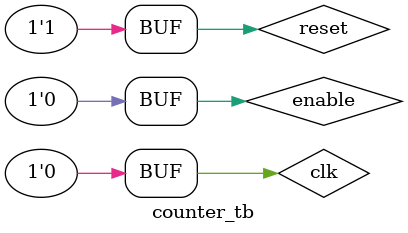
<source format=v>

module counter_tb; 
  reg clk, reset, enable; 
  wire [3:0] count; 
    
  counter U0 (     // instantiate the module
  .clk    (clk), 
  .reset  (reset), 
  .enable (enable), 
  .count  (count) 
  ); 
    
  initial 
  begin 
    // Set up a monitor routine to keep printing out the
    // pins we are interested in...
    // But first do a display so that you know what columns are used
    $display("\t\ttime,\tclk,\treset,\tenable,\tcount"); 
    $monitor("%d,\t%b,\t%b,\t%b,\t%d",$time, clk,reset,enable,count); 
    // Now exercise the pins!!!
    clk = 0; 
    reset = 0; 
    enable = 0; 
    #5 clk = !clk;   // The # says pause for x simulation steps
                     // The command just toggles the clock
    reset = 1;
    #5 clk = !clk;   // Let's just toggle it again for good measure
  end 
    
endmodule 


</source>
